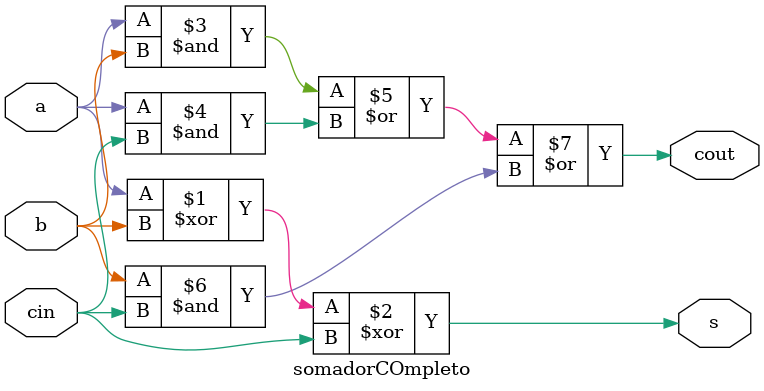
<source format=v>
module somadorCOmpleto(input a,b, cin,output s, cout);
	assign s = a ^ b ^ cin;
	assign cout = a & b | a & cin | b & cin;
	
endmodule

</source>
